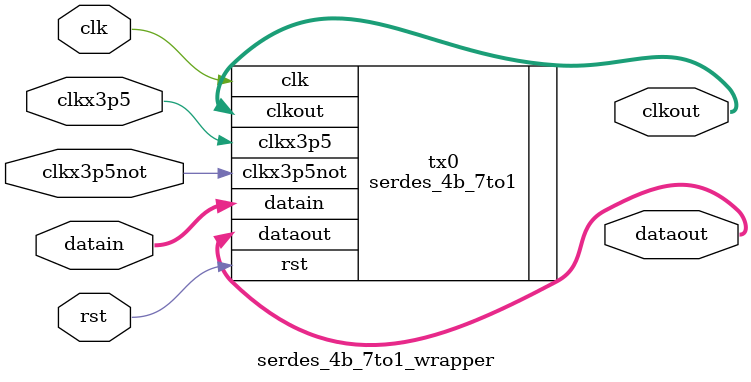
<source format=v>
`timescale 1 ps / 1ps

module serdes_4b_7to1_wrapper (
input 		clk,				// clock
input 		clkx3p5,			// 3.5 times clock
input 		clkx3p5not,			// not 3.5 times clock
input 	[27:0]	datain,				// input data
input 		rst,				// reset
output 	[7:0]	dataout,			// output data
output 	[1:0]	clkout) ;			// output clock (1x)

(* RLOC = "x0y0" *) 	serdes_4b_7to1 tx0(
	.clk		(clk),
	.clkx3p5	(clkx3p5),
	.clkx3p5not	(clkx3p5not),
	.datain		(datain),
	.rst		(rst),
	.dataout	(dataout),
	.clkout		(clkout)) ;

endmodule



</source>
